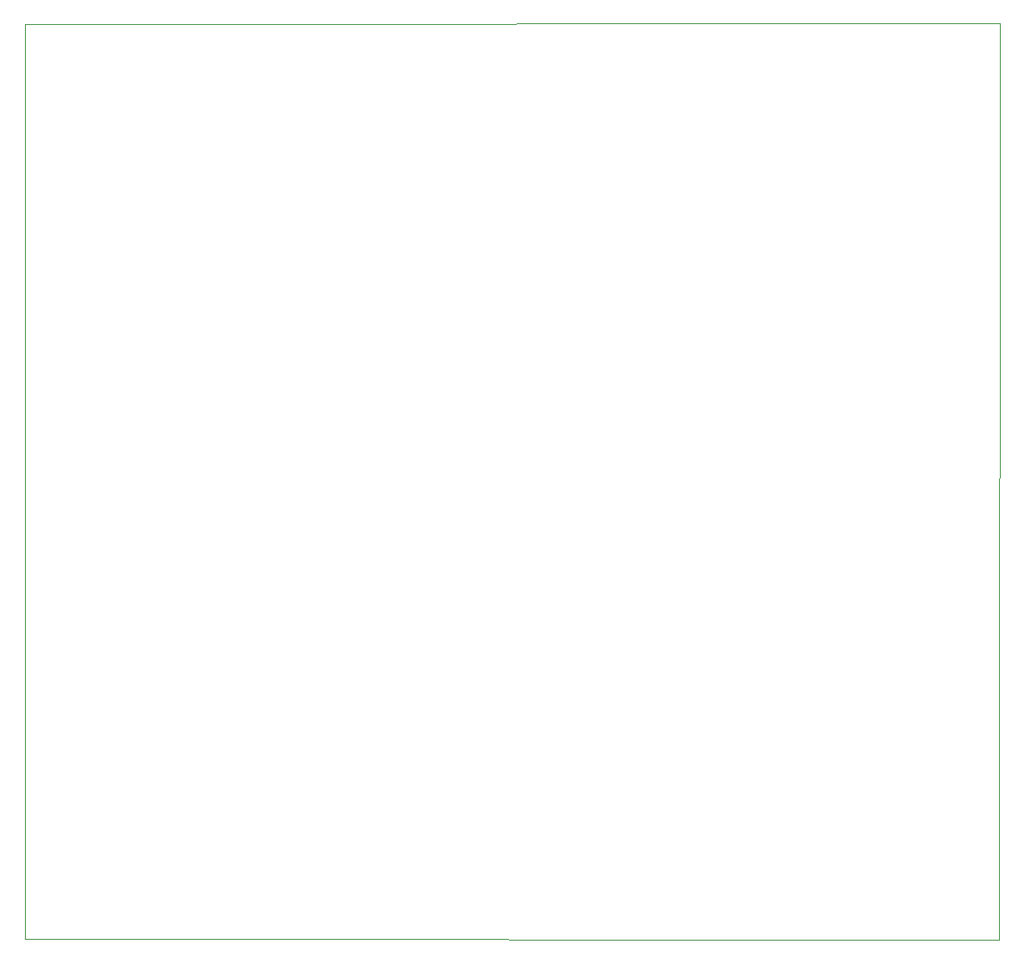
<source format=gbr>
%TF.GenerationSoftware,KiCad,Pcbnew,8.0.2-1*%
%TF.CreationDate,2024-08-29T11:45:14-05:00*%
%TF.ProjectId,BattBoard,42617474-426f-4617-9264-2e6b69636164,rev?*%
%TF.SameCoordinates,Original*%
%TF.FileFunction,Profile,NP*%
%FSLAX46Y46*%
G04 Gerber Fmt 4.6, Leading zero omitted, Abs format (unit mm)*
G04 Created by KiCad (PCBNEW 8.0.2-1) date 2024-08-29 11:45:14*
%MOMM*%
%LPD*%
G01*
G04 APERTURE LIST*
%TA.AperFunction,Profile*%
%ADD10C,0.050000*%
%TD*%
G04 APERTURE END LIST*
D10*
X188550000Y-135850000D02*
X188600000Y-45675000D01*
X92750000Y-45775000D02*
X188600000Y-45675000D01*
X92725000Y-135775000D02*
X188550000Y-135850000D01*
X92750000Y-45775000D02*
X92725000Y-135775000D01*
M02*

</source>
